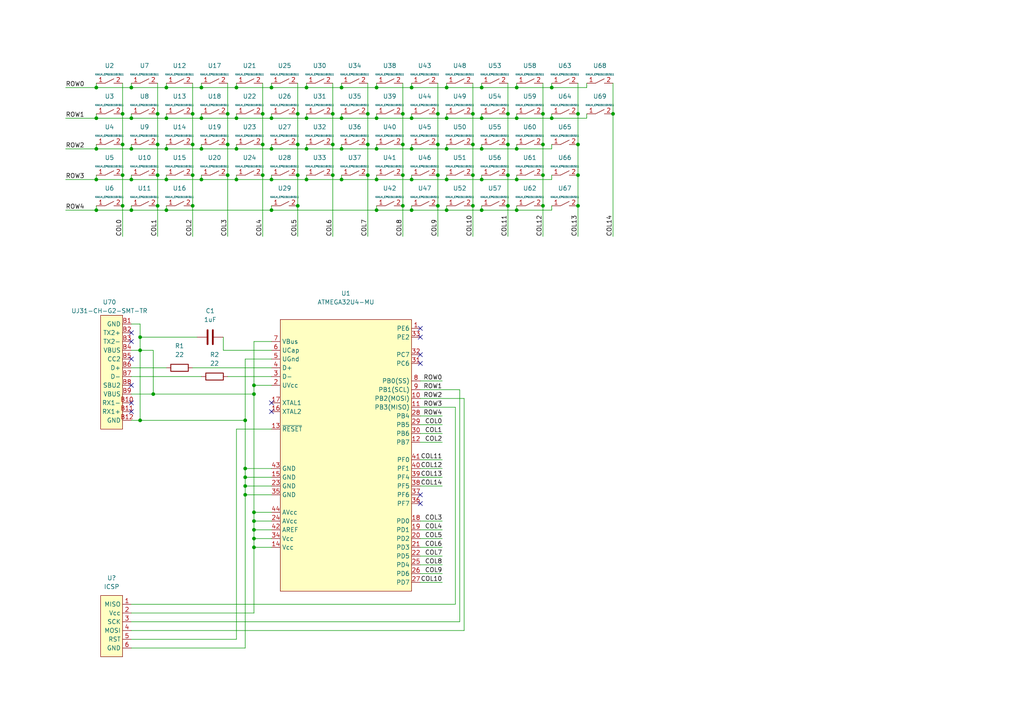
<source format=kicad_sch>
(kicad_sch (version 20211123) (generator eeschema)
  (paper "A4")
  (title_block (title "USBKB 65%"))
  (lib_symbols
    (symbol "Device:C" (pin_numbers hide) (pin_names (offset 0.254))
      (property "Reference" "C" (at 0.635 2.54 0))
      (property "Value" "C" (at 0.635 -2.54 0))
      (symbol "C_0_1"
        (polyline (pts (xy -2.032 -0.762) (xy 2.032 -0.762)) (stroke (width 0.508)))
        (polyline (pts (xy -2.032 0.762) (xy 2.032 0.762)) (stroke (width 0.508)))
      )
      (symbol "C_1_1"
        (pin passive line (at 0 3.81 270) (length 2.794) (name "~") (number "1"))
        (pin passive line (at 0 -3.81 90) (length 2.794) (name "~") (number "2"))
      )
    )
    (symbol "Device:R" (pin_numbers hide) (pin_names (offset 0))
      (property "Reference" "R" (at 2.032 0 90))
      (property "Value" "R" (at 0 0 90))
      (symbol "R_0_1"
        (rectangle (start -1.016 -2.54) (end 1.016 2.54) (stroke (width 0.254)))
      )
      (symbol "R_1_1"
        (pin passive line (at 0 3.81 270) (length 1.27) (name "~") (number "1"))
        (pin passive line (at 0 -3.81 90) (length 1.27) (name "~") (number "2"))
      )
    )
    (symbol "USBKB:ATMEGA32U4-MU"
      (property "Reference" "U" (at 0 48.26 0))
      (property "Value" "ATMEGA32U4-MU" (at 0 45.72 0))
      (symbol "ATMEGA32U4-MU_0_1"
        (rectangle (start -19.05 40.64) (end 19.05 -38.1) (fill (type background)))
      )
      (symbol "ATMEGA32U4-MU_1_1"
        (pin bidirectional line (at 21.59 38.1 180) (length 2.54) (name "PE6") (number "1"))
        (pin bidirectional line (at 21.59 17.78 180) (length 2.54) (name "PB2(MOSI)") (number "10"))
        (pin bidirectional line (at 21.59 15.24 180) (length 2.54) (name "PB3(MISO)") (number "11"))
        (pin bidirectional line (at 21.59 5.08 180) (length 2.54) (name "PB7") (number "12"))
        (pin input line (at -21.59 8.89 0) (length 2.54) (name "~{RESET}") (number "13"))
        (pin free line (at -21.59 -25.4 0) (length 2.54) (name "Vcc") (number "14"))
        (pin free line (at -21.59 -5.08 0) (length 2.54) (name "GND") (number "15"))
        (pin bidirectional line (at -21.59 13.97 0) (length 2.54) (name "XTAL2") (number "16"))
        (pin bidirectional line (at -21.59 16.51 0) (length 2.54) (name "XTAL1") (number "17"))
        (pin bidirectional line (at 21.59 -17.78 180) (length 2.54) (name "PD0") (number "18"))
        (pin bidirectional line (at 21.59 -20.32 180) (length 2.54) (name "PD1") (number "19"))
        (pin free line (at -21.59 21.59 0) (length 2.54) (name "UVcc") (number "2"))
        (pin bidirectional line (at 21.59 -22.86 180) (length 2.54) (name "PD2") (number "20"))
        (pin bidirectional line (at 21.59 -25.4 180) (length 2.54) (name "PD3") (number "21"))
        (pin bidirectional line (at 21.59 -27.94 180) (length 2.54) (name "PD5") (number "22"))
        (pin free line (at -21.59 -7.62 0) (length 2.54) (name "GND") (number "23"))
        (pin free line (at -21.59 -17.78 0) (length 2.54) (name "AVcc") (number "24"))
        (pin bidirectional line (at 21.59 -30.48 180) (length 2.54) (name "PD4") (number "25"))
        (pin bidirectional line (at 21.59 -33.02 180) (length 2.54) (name "PD6") (number "26"))
        (pin bidirectional line (at 21.59 -35.56 180) (length 2.54) (name "PD7") (number "27"))
        (pin bidirectional line (at 21.59 12.7 180) (length 2.54) (name "PB4") (number "28"))
        (pin bidirectional line (at 21.59 10.16 180) (length 2.54) (name "PB5") (number "29"))
        (pin bidirectional line (at -21.59 24.13 0) (length 2.54) (name "D-") (number "3"))
        (pin bidirectional line (at 21.59 7.62 180) (length 2.54) (name "PB6") (number "30"))
        (pin bidirectional line (at 21.59 27.94 180) (length 2.54) (name "PC6") (number "31"))
        (pin bidirectional line (at 21.59 30.48 180) (length 2.54) (name "PC7") (number "32"))
        (pin bidirectional line (at 21.59 35.56 180) (length 2.54) (name "PE2") (number "33"))
        (pin free line (at -21.59 -22.86 0) (length 2.54) (name "Vcc") (number "34"))
        (pin free line (at -21.59 -10.16 0) (length 2.54) (name "GND") (number "35"))
        (pin bidirectional line (at 21.59 -12.7 180) (length 2.54) (name "PF7") (number "36"))
        (pin bidirectional line (at 21.59 -10.16 180) (length 2.54) (name "PF6") (number "37"))
        (pin bidirectional line (at 21.59 -7.62 180) (length 2.54) (name "PF5") (number "38"))
        (pin bidirectional line (at 21.59 -5.08 180) (length 2.54) (name "PF4") (number "39"))
        (pin bidirectional line (at -21.59 26.67 0) (length 2.54) (name "D+") (number "4"))
        (pin bidirectional line (at 21.59 -2.54 180) (length 2.54) (name "PF1") (number "40"))
        (pin bidirectional line (at 21.59 0 180) (length 2.54) (name "PF0") (number "41"))
        (pin free line (at -21.59 -20.32 0) (length 2.54) (name "AREF") (number "42"))
        (pin free line (at -21.59 -2.54 0) (length 2.54) (name "GND") (number "43"))
        (pin free line (at -21.59 -15.24 0) (length 2.54) (name "AVcc") (number "44"))
        (pin free line (at -21.59 29.21 0) (length 2.54) (name "UGnd") (number "5"))
        (pin free line (at -21.59 31.75 0) (length 2.54) (name "UCap") (number "6"))
        (pin free line (at -21.59 34.29 0) (length 2.54) (name "VBus") (number "7"))
        (pin bidirectional line (at 21.59 22.86 180) (length 2.54) (name "PB0(SS)") (number "8"))
        (pin bidirectional line (at 21.59 20.32 180) (length 2.54) (name "PB1(SCL)") (number "9"))
      )
    )
    (symbol "USBKB:ICSP"
      (property "Reference" "U" (at 0 7.62 0))
      (property "Value" "ICSP" (at 0 5.08 0))
      (symbol "ICSP_0_1"
        (rectangle (start -6.35 3.81) (end 0 -13.97) (fill (type background)))
      )
      (symbol "ICSP_1_1"
        (pin output line (at 2.54 1.27 180) (length 2.54) (name "MISO") (number "1"))
        (pin free line (at 2.54 -1.27 180) (length 2.54) (name "Vcc") (number "2"))
        (pin input line (at 2.54 -3.81 180) (length 2.54) (name "SCK") (number "3"))
        (pin input line (at 2.54 -6.35 180) (length 2.54) (name "MOSI") (number "4"))
        (pin output line (at 2.54 -8.89 180) (length 2.54) (name "RST") (number "5"))
        (pin free line (at 2.54 -11.43 180) (length 2.54) (name "GND") (number "6"))
      )
    )
    (symbol "USBKB:KAILH_CPG151101S11"
      (property "Reference" "U" (at 0 3.81 0))
      (property "Value" "KAILH_CPG151101S11" (at 0 2.54 0))
      (symbol "KAILH_CPG151101S11_0_1"
        (polyline (pts (xy -1.27 0) (xy 1.27 1.27)))
      )
      (symbol "KAILH_CPG151101S11_1_1"
        (pin free line (at -3.81 0 0) (length 2.54) (name "") (number "1"))
        (pin free line (at 3.81 0 180) (length 2.54) (name "") (number "2"))
      )
    )
    (symbol "USBKB:UJ31-CH-G2-SMT-TR"
      (property "Reference" "U" (at 0 21.59 0))
      (property "Value" "UJ31-CH-G2-SMT-TR" (at 0 19.05 0))
      (symbol "UJ31-CH-G2-SMT-TR_0_1"
        (rectangle (start -6.35 16.51) (end 0 -16.51) (fill (type background)))
      )
      (symbol "UJ31-CH-G2-SMT-TR_1_1"
        (pin free line (at 2.54 13.97 180) (length 2.54) (name "GND") (number "B1"))
        (pin bidirectional line (at 2.54 -8.89 180) (length 2.54) (name "RX1-") (number "B10"))
        (pin bidirectional line (at 2.54 -11.43 180) (length 2.54) (name "RX1+") (number "B11"))
        (pin free line (at 2.54 -13.97 180) (length 2.54) (name "GND") (number "B12"))
        (pin bidirectional line (at 2.54 11.43 180) (length 2.54) (name "TX2+") (number "B2"))
        (pin bidirectional line (at 2.54 8.89 180) (length 2.54) (name "TX2-") (number "B3"))
        (pin free line (at 2.54 6.35 180) (length 2.54) (name "VBUS") (number "B4"))
        (pin free line (at 2.54 3.81 180) (length 2.54) (name "CC2") (number "B5"))
        (pin bidirectional line (at 2.54 1.27 180) (length 2.54) (name "D+") (number "B6"))
        (pin bidirectional line (at 2.54 -1.27 180) (length 2.54) (name "D-") (number "B7"))
        (pin free line (at 2.54 -3.81 180) (length 2.54) (name "SBU2") (number "B8"))
        (pin free line (at 2.54 -6.35 180) (length 2.54) (name "VBUS") (number "B9"))
      )
    )
  )
  (junction (at 48.26 34.29))
  (junction (at 147.32 50.8))
  (junction (at 58.42 43.18))
  (junction (at 71.12 135.89))
  (junction (at 48.26 52.07))
  (junction (at 106.68 50.8))
  (junction (at 139.7 25.4))
  (junction (at 58.42 25.4))
  (junction (at 160.02 34.29))
  (junction (at 88.9 43.18))
  (junction (at 96.52 41.91))
  (junction (at 127 41.91))
  (junction (at 76.2 41.91))
  (junction (at 119.38 52.07))
  (junction (at 99.06 52.07))
  (junction (at 96.52 33.02))
  (junction (at 160.02 25.4))
  (junction (at 35.56 59.69))
  (junction (at 139.7 60.96))
  (junction (at 119.38 25.4))
  (junction (at 109.22 52.07))
  (junction (at 167.64 50.8))
  (junction (at 86.36 50.8))
  (junction (at 127 59.69))
  (junction (at 78.74 60.96))
  (junction (at 55.88 33.02))
  (junction (at 119.38 43.18))
  (junction (at 55.88 59.69))
  (junction (at 116.84 50.8))
  (junction (at 167.64 33.02))
  (junction (at 109.22 60.96))
  (junction (at 35.56 50.8))
  (junction (at 68.58 34.29))
  (junction (at 129.54 43.18))
  (junction (at 66.04 41.91))
  (junction (at 109.22 34.29))
  (junction (at 147.32 33.02))
  (junction (at 106.68 33.02))
  (junction (at 137.16 33.02))
  (junction (at 35.56 41.91))
  (junction (at 48.26 60.96))
  (junction (at 129.54 60.96))
  (junction (at 73.66 153.67))
  (junction (at 86.36 33.02))
  (junction (at 71.12 140.97))
  (junction (at 27.94 34.29))
  (junction (at 48.26 43.18))
  (junction (at 55.88 50.8))
  (junction (at 71.12 143.51))
  (junction (at 38.1 34.29))
  (junction (at 40.64 101.6))
  (junction (at 68.58 52.07))
  (junction (at 88.9 52.07))
  (junction (at 167.64 59.69))
  (junction (at 58.42 52.07))
  (junction (at 45.72 33.02))
  (junction (at 96.52 50.8))
  (junction (at 38.1 52.07))
  (junction (at 149.86 43.18))
  (junction (at 38.1 25.4))
  (junction (at 73.66 111.76))
  (junction (at 139.7 34.29))
  (junction (at 137.16 50.8))
  (junction (at 78.74 52.07))
  (junction (at 73.66 158.75))
  (junction (at 149.86 52.07))
  (junction (at 129.54 52.07))
  (junction (at 99.06 25.4))
  (junction (at 137.16 41.91))
  (junction (at 129.54 25.4))
  (junction (at 27.94 25.4))
  (junction (at 109.22 43.18))
  (junction (at 73.66 151.13))
  (junction (at 147.32 59.69))
  (junction (at 149.86 25.4))
  (junction (at 157.48 33.02))
  (junction (at 137.16 59.69))
  (junction (at 99.06 34.29))
  (junction (at 76.2 50.8))
  (junction (at 129.54 34.29))
  (junction (at 78.74 43.18))
  (junction (at 149.86 60.96))
  (junction (at 109.22 25.4))
  (junction (at 86.36 59.69))
  (junction (at 27.94 43.18))
  (junction (at 44.45 114.3))
  (junction (at 116.84 33.02))
  (junction (at 149.86 34.29))
  (junction (at 116.84 59.69))
  (junction (at 71.12 121.92))
  (junction (at 76.2 33.02))
  (junction (at 73.66 114.3))
  (junction (at 40.64 97.79))
  (junction (at 139.7 43.18))
  (junction (at 73.66 148.59))
  (junction (at 119.38 34.29))
  (junction (at 157.48 41.91))
  (junction (at 45.72 50.8))
  (junction (at 116.84 41.91))
  (junction (at 66.04 50.8))
  (junction (at 157.48 59.69))
  (junction (at 38.1 60.96))
  (junction (at 45.72 41.91))
  (junction (at 157.48 50.8))
  (junction (at 27.94 52.07))
  (junction (at 99.06 43.18))
  (junction (at 78.74 25.4))
  (junction (at 127 50.8))
  (junction (at 68.58 43.18))
  (junction (at 127 33.02))
  (junction (at 48.26 25.4))
  (junction (at 106.68 41.91))
  (junction (at 139.7 52.07))
  (junction (at 86.36 41.91))
  (junction (at 119.38 60.96))
  (junction (at 177.8 33.02))
  (junction (at 45.72 59.69))
  (junction (at 71.12 138.43))
  (junction (at 68.58 25.4))
  (junction (at 40.64 121.92))
  (junction (at 58.42 34.29))
  (junction (at 78.74 34.29))
  (junction (at 88.9 34.29))
  (junction (at 167.64 41.91))
  (junction (at 88.9 25.4))
  (junction (at 147.32 41.91))
  (junction (at 35.56 33.02))
  (junction (at 27.94 60.96))
  (junction (at 73.66 156.21))
  (junction (at 55.88 41.91))
  (junction (at 38.1 43.18))
  (junction (at 66.04 33.02))
  (no_connect (at 38.1 104.14))
  (no_connect (at 38.1 99.06))
  (no_connect (at 38.1 116.84))
  (no_connect (at 38.1 119.38))
  (no_connect (at 38.1 96.52))
  (no_connect (at 38.1 111.76))
  (no_connect (at 78.74 119.38))
  (no_connect (at 78.74 116.84))
  (no_connect (at 121.92 95.25))
  (no_connect (at 121.92 146.05))
  (no_connect (at 121.92 105.41))
  (no_connect (at 121.92 102.87))
  (no_connect (at 121.92 97.79))
  (no_connect (at 121.92 143.51))
  (wire (pts (xy 44.45 114.3) (xy 73.66 114.3)))
  (wire (pts (xy 78.74 60.96) (xy 109.22 60.96)))
  (wire (pts (xy 48.26 25.4) (xy 58.42 25.4)))
  (wire (pts (xy 160.02 43.18) (xy 160.02 41.91)))
  (wire (pts (xy 76.2 50.8) (xy 76.2 68.58)))
  (wire (pts (xy 38.1 121.92) (xy 40.64 121.92)))
  (wire (pts (xy 149.86 24.13) (xy 149.86 25.4)))
  (wire (pts (xy 40.64 101.6) (xy 40.64 121.92)))
  (wire (pts (xy 167.64 33.02) (xy 167.64 41.91)))
  (wire (pts (xy 73.66 114.3) (xy 73.66 148.59)))
  (wire (pts (xy 71.12 121.92) (xy 71.12 135.89)))
  (wire (pts (xy 157.48 33.02) (xy 157.48 41.91)))
  (wire (pts (xy 167.64 41.91) (xy 167.64 50.8)))
  (wire (pts (xy 149.86 43.18) (xy 160.02 43.18)))
  (wire (pts (xy 38.1 41.91) (xy 38.1 43.18)))
  (wire (pts (xy 58.42 50.8) (xy 58.42 52.07)))
  (wire (pts (xy 86.36 41.91) (xy 86.36 50.8)))
  (wire (pts (xy 38.1 50.8) (xy 38.1 52.07)))
  (wire (pts (xy 55.88 33.02) (xy 55.88 41.91)))
  (wire (pts (xy 109.22 25.4) (xy 109.22 24.13)))
  (wire (pts (xy 109.22 34.29) (xy 109.22 33.02)))
  (wire (pts (xy 127 41.91) (xy 127 50.8)))
  (wire (pts (xy 78.74 104.14) (xy 71.12 104.14)))
  (wire (pts (xy 99.06 41.91) (xy 99.06 43.18)))
  (wire (pts (xy 88.9 25.4) (xy 99.06 25.4)))
  (wire (pts (xy 106.68 33.02) (xy 106.68 41.91)))
  (wire (pts (xy 119.38 24.13) (xy 119.38 25.4)))
  (wire (pts (xy 19.05 34.29) (xy 27.94 34.29)))
  (wire (pts (xy 73.66 111.76) (xy 73.66 114.3)))
  (wire (pts (xy 149.86 50.8) (xy 149.86 52.07)))
  (wire (pts (xy 68.58 34.29) (xy 78.74 34.29)))
  (wire (pts (xy 88.9 34.29) (xy 99.06 34.29)))
  (wire (pts (xy 40.64 97.79) (xy 40.64 101.6)))
  (wire (pts (xy 55.88 41.91) (xy 55.88 50.8)))
  (wire (pts (xy 19.05 60.96) (xy 27.94 60.96)))
  (wire (pts (xy 149.86 33.02) (xy 149.86 34.29)))
  (wire (pts (xy 137.16 41.91) (xy 137.16 50.8)))
  (wire (pts (xy 27.94 43.18) (xy 27.94 41.91)))
  (wire (pts (xy 27.94 43.18) (xy 38.1 43.18)))
  (wire (pts (xy 106.68 41.91) (xy 106.68 50.8)))
  (wire (pts (xy 116.84 24.13) (xy 116.84 33.02)))
  (wire (pts (xy 119.38 52.07) (xy 129.54 52.07)))
  (wire (pts (xy 160.02 25.4) (xy 160.02 24.13)))
  (wire (pts (xy 78.74 151.13) (xy 73.66 151.13)))
  (wire (pts (xy 149.86 25.4) (xy 160.02 25.4)))
  (wire (pts (xy 38.1 60.96) (xy 48.26 60.96)))
  (wire (pts (xy 121.92 158.75) (xy 128.27 158.75)))
  (wire (pts (xy 119.38 50.8) (xy 119.38 52.07)))
  (wire (pts (xy 119.38 34.29) (xy 129.54 34.29)))
  (wire (pts (xy 78.74 34.29) (xy 88.9 34.29)))
  (wire (pts (xy 40.64 101.6) (xy 44.45 101.6)))
  (wire (pts (xy 121.92 113.03) (xy 133.35 113.03)))
  (wire (pts (xy 99.06 43.18) (xy 109.22 43.18)))
  (wire (pts (xy 139.7 25.4) (xy 149.86 25.4)))
  (wire (pts (xy 78.74 52.07) (xy 88.9 52.07)))
  (wire (pts (xy 160.02 34.29) (xy 170.18 34.29)))
  (wire (pts (xy 27.94 52.07) (xy 27.94 50.8)))
  (wire (pts (xy 129.54 52.07) (xy 139.7 52.07)))
  (wire (pts (xy 121.92 123.19) (xy 128.27 123.19)))
  (wire (pts (xy 88.9 41.91) (xy 88.9 43.18)))
  (wire (pts (xy 48.26 34.29) (xy 58.42 34.29)))
  (wire (pts (xy 58.42 25.4) (xy 68.58 25.4)))
  (wire (pts (xy 38.1 180.34) (xy 133.35 180.34)))
  (wire (pts (xy 71.12 138.43) (xy 71.12 140.97)))
  (wire (pts (xy 68.58 34.29) (xy 68.58 33.02)))
  (wire (pts (xy 139.7 33.02) (xy 139.7 34.29)))
  (wire (pts (xy 38.1 25.4) (xy 48.26 25.4)))
  (wire (pts (xy 157.48 50.8) (xy 157.48 59.69)))
  (wire (pts (xy 139.7 41.91) (xy 139.7 43.18)))
  (wire (pts (xy 45.72 24.13) (xy 45.72 33.02)))
  (wire (pts (xy 99.06 33.02) (xy 99.06 34.29)))
  (wire (pts (xy 86.36 24.13) (xy 86.36 33.02)))
  (wire (pts (xy 96.52 50.8) (xy 96.52 68.58)))
  (wire (pts (xy 121.92 110.49) (xy 128.27 110.49)))
  (wire (pts (xy 160.02 60.96) (xy 160.02 59.69)))
  (wire (pts (xy 119.38 43.18) (xy 129.54 43.18)))
  (wire (pts (xy 64.77 97.79) (xy 64.77 101.6)))
  (wire (pts (xy 121.92 163.83) (xy 128.27 163.83)))
  (wire (pts (xy 78.74 153.67) (xy 73.66 153.67)))
  (wire (pts (xy 160.02 34.29) (xy 160.02 33.02)))
  (wire (pts (xy 71.12 143.51) (xy 71.12 187.96)))
  (wire (pts (xy 68.58 185.42) (xy 38.1 185.42)))
  (wire (pts (xy 96.52 41.91) (xy 96.52 50.8)))
  (wire (pts (xy 99.06 34.29) (xy 109.22 34.29)))
  (wire (pts (xy 116.84 50.8) (xy 116.84 59.69)))
  (wire (pts (xy 45.72 59.69) (xy 45.72 68.58)))
  (wire (pts (xy 38.1 52.07) (xy 48.26 52.07)))
  (wire (pts (xy 106.68 24.13) (xy 106.68 33.02)))
  (wire (pts (xy 129.54 34.29) (xy 129.54 33.02)))
  (wire (pts (xy 109.22 25.4) (xy 119.38 25.4)))
  (wire (pts (xy 88.9 43.18) (xy 99.06 43.18)))
  (wire (pts (xy 38.1 106.68) (xy 48.26 106.68)))
  (wire (pts (xy 129.54 25.4) (xy 129.54 24.13)))
  (wire (pts (xy 78.74 50.8) (xy 78.74 52.07)))
  (wire (pts (xy 73.66 111.76) (xy 78.74 111.76)))
  (wire (pts (xy 119.38 59.69) (xy 119.38 60.96)))
  (wire (pts (xy 71.12 140.97) (xy 78.74 140.97)))
  (wire (pts (xy 121.92 153.67) (xy 128.27 153.67)))
  (wire (pts (xy 149.86 59.69) (xy 149.86 60.96)))
  (wire (pts (xy 137.16 24.13) (xy 137.16 33.02)))
  (wire (pts (xy 132.08 175.26) (xy 132.08 118.11)))
  (wire (pts (xy 73.66 156.21) (xy 73.66 153.67)))
  (wire (pts (xy 48.26 52.07) (xy 58.42 52.07)))
  (wire (pts (xy 129.54 25.4) (xy 139.7 25.4)))
  (wire (pts (xy 109.22 43.18) (xy 109.22 41.91)))
  (wire (pts (xy 68.58 52.07) (xy 68.58 50.8)))
  (wire (pts (xy 116.84 33.02) (xy 116.84 41.91)))
  (wire (pts (xy 78.74 41.91) (xy 78.74 43.18)))
  (wire (pts (xy 68.58 124.46) (xy 68.58 185.42)))
  (wire (pts (xy 73.66 151.13) (xy 73.66 148.59)))
  (wire (pts (xy 76.2 24.13) (xy 76.2 33.02)))
  (wire (pts (xy 48.26 60.96) (xy 78.74 60.96)))
  (wire (pts (xy 139.7 43.18) (xy 149.86 43.18)))
  (wire (pts (xy 78.74 99.06) (xy 73.66 99.06)))
  (wire (pts (xy 73.66 158.75) (xy 78.74 158.75)))
  (wire (pts (xy 139.7 50.8) (xy 139.7 52.07)))
  (wire (pts (xy 35.56 41.91) (xy 35.56 50.8)))
  (wire (pts (xy 134.62 115.57) (xy 134.62 182.88)))
  (wire (pts (xy 35.56 33.02) (xy 35.56 41.91)))
  (wire (pts (xy 66.04 50.8) (xy 66.04 68.58)))
  (wire (pts (xy 147.32 50.8) (xy 147.32 59.69)))
  (wire (pts (xy 58.42 41.91) (xy 58.42 43.18)))
  (wire (pts (xy 127 50.8) (xy 127 59.69)))
  (wire (pts (xy 129.54 52.07) (xy 129.54 50.8)))
  (wire (pts (xy 86.36 50.8) (xy 86.36 59.69)))
  (wire (pts (xy 170.18 24.13) (xy 170.18 25.4)))
  (wire (pts (xy 38.1 101.6) (xy 40.64 101.6)))
  (wire (pts (xy 27.94 25.4) (xy 38.1 25.4)))
  (wire (pts (xy 78.74 59.69) (xy 78.74 60.96)))
  (wire (pts (xy 177.8 33.02) (xy 177.8 68.58)))
  (wire (pts (xy 147.32 59.69) (xy 147.32 68.58)))
  (wire (pts (xy 96.52 33.02) (xy 96.52 41.91)))
  (wire (pts (xy 121.92 120.65) (xy 128.27 120.65)))
  (wire (pts (xy 38.1 34.29) (xy 48.26 34.29)))
  (wire (pts (xy 109.22 60.96) (xy 119.38 60.96)))
  (wire (pts (xy 116.84 59.69) (xy 116.84 68.58)))
  (wire (pts (xy 149.86 34.29) (xy 160.02 34.29)))
  (wire (pts (xy 68.58 43.18) (xy 78.74 43.18)))
  (wire (pts (xy 71.12 135.89) (xy 78.74 135.89)))
  (wire (pts (xy 40.64 97.79) (xy 57.15 97.79)))
  (wire (pts (xy 66.04 109.22) (xy 78.74 109.22)))
  (wire (pts (xy 78.74 33.02) (xy 78.74 34.29)))
  (wire (pts (xy 121.92 128.27) (xy 128.27 128.27)))
  (wire (pts (xy 19.05 52.07) (xy 27.94 52.07)))
  (wire (pts (xy 73.66 156.21) (xy 73.66 158.75)))
  (wire (pts (xy 55.88 24.13) (xy 55.88 33.02)))
  (wire (pts (xy 78.74 124.46) (xy 68.58 124.46)))
  (wire (pts (xy 68.58 43.18) (xy 68.58 41.91)))
  (wire (pts (xy 121.92 161.29) (xy 128.27 161.29)))
  (wire (pts (xy 121.92 135.89) (xy 128.27 135.89)))
  (wire (pts (xy 127 24.13) (xy 127 33.02)))
  (wire (pts (xy 147.32 41.91) (xy 147.32 50.8)))
  (wire (pts (xy 38.1 177.8) (xy 73.66 177.8)))
  (wire (pts (xy 157.48 24.13) (xy 157.48 33.02)))
  (wire (pts (xy 127 33.02) (xy 127 41.91)))
  (wire (pts (xy 38.1 114.3) (xy 44.45 114.3)))
  (wire (pts (xy 139.7 52.07) (xy 149.86 52.07)))
  (wire (pts (xy 27.94 34.29) (xy 38.1 34.29)))
  (wire (pts (xy 38.1 59.69) (xy 38.1 60.96)))
  (wire (pts (xy 96.52 24.13) (xy 96.52 33.02)))
  (wire (pts (xy 88.9 50.8) (xy 88.9 52.07)))
  (wire (pts (xy 127 59.69) (xy 127 68.58)))
  (wire (pts (xy 58.42 52.07) (xy 68.58 52.07)))
  (wire (pts (xy 167.64 59.69) (xy 167.64 68.58)))
  (wire (pts (xy 129.54 34.29) (xy 139.7 34.29)))
  (wire (pts (xy 109.22 52.07) (xy 109.22 50.8)))
  (wire (pts (xy 58.42 33.02) (xy 58.42 34.29)))
  (wire (pts (xy 68.58 52.07) (xy 78.74 52.07)))
  (wire (pts (xy 55.88 59.69) (xy 55.88 68.58)))
  (wire (pts (xy 88.9 33.02) (xy 88.9 34.29)))
  (wire (pts (xy 45.72 50.8) (xy 45.72 59.69)))
  (wire (pts (xy 99.06 52.07) (xy 109.22 52.07)))
  (wire (pts (xy 177.8 24.13) (xy 177.8 33.02)))
  (wire (pts (xy 66.04 33.02) (xy 66.04 41.91)))
  (wire (pts (xy 121.92 118.11) (xy 132.08 118.11)))
  (wire (pts (xy 78.74 25.4) (xy 88.9 25.4)))
  (wire (pts (xy 139.7 34.29) (xy 149.86 34.29)))
  (wire (pts (xy 38.1 24.13) (xy 38.1 25.4)))
  (wire (pts (xy 38.1 175.26) (xy 132.08 175.26)))
  (wire (pts (xy 73.66 153.67) (xy 73.66 151.13)))
  (wire (pts (xy 35.56 50.8) (xy 35.56 59.69)))
  (wire (pts (xy 19.05 25.4) (xy 27.94 25.4)))
  (wire (pts (xy 86.36 59.69) (xy 86.36 68.58)))
  (wire (pts (xy 40.64 121.92) (xy 71.12 121.92)))
  (wire (pts (xy 121.92 168.91) (xy 128.27 168.91)))
  (wire (pts (xy 149.86 41.91) (xy 149.86 43.18)))
  (wire (pts (xy 48.26 25.4) (xy 48.26 24.13)))
  (wire (pts (xy 86.36 33.02) (xy 86.36 41.91)))
  (wire (pts (xy 137.16 50.8) (xy 137.16 59.69)))
  (wire (pts (xy 71.12 135.89) (xy 71.12 138.43)))
  (wire (pts (xy 137.16 33.02) (xy 137.16 41.91)))
  (wire (pts (xy 121.92 151.13) (xy 128.27 151.13)))
  (wire (pts (xy 48.26 43.18) (xy 58.42 43.18)))
  (wire (pts (xy 68.58 25.4) (xy 78.74 25.4)))
  (wire (pts (xy 160.02 52.07) (xy 160.02 50.8)))
  (wire (pts (xy 106.68 50.8) (xy 106.68 68.58)))
  (wire (pts (xy 40.64 93.98) (xy 38.1 93.98)))
  (wire (pts (xy 27.94 34.29) (xy 27.94 33.02)))
  (wire (pts (xy 55.88 50.8) (xy 55.88 59.69)))
  (wire (pts (xy 48.26 43.18) (xy 48.26 41.91)))
  (wire (pts (xy 19.05 43.18) (xy 27.94 43.18)))
  (wire (pts (xy 58.42 34.29) (xy 68.58 34.29)))
  (wire (pts (xy 38.1 109.22) (xy 58.42 109.22)))
  (wire (pts (xy 147.32 33.02) (xy 147.32 41.91)))
  (wire (pts (xy 121.92 125.73) (xy 128.27 125.73)))
  (wire (pts (xy 147.32 24.13) (xy 147.32 33.02)))
  (wire (pts (xy 48.26 60.96) (xy 48.26 59.69)))
  (wire (pts (xy 139.7 59.69) (xy 139.7 60.96)))
  (wire (pts (xy 88.9 24.13) (xy 88.9 25.4)))
  (wire (pts (xy 27.94 52.07) (xy 38.1 52.07)))
  (wire (pts (xy 99.06 50.8) (xy 99.06 52.07)))
  (wire (pts (xy 44.45 114.3) (xy 44.45 101.6)))
  (wire (pts (xy 27.94 25.4) (xy 27.94 24.13)))
  (wire (pts (xy 35.56 59.69) (xy 35.56 68.58)))
  (wire (pts (xy 121.92 140.97) (xy 128.27 140.97)))
  (wire (pts (xy 121.92 138.43) (xy 128.27 138.43)))
  (wire (pts (xy 167.64 50.8) (xy 167.64 59.69)))
  (wire (pts (xy 109.22 34.29) (xy 119.38 34.29)))
  (wire (pts (xy 73.66 158.75) (xy 73.66 177.8)))
  (wire (pts (xy 48.26 34.29) (xy 48.26 33.02)))
  (wire (pts (xy 109.22 43.18) (xy 119.38 43.18)))
  (wire (pts (xy 45.72 41.91) (xy 45.72 50.8)))
  (wire (pts (xy 27.94 60.96) (xy 27.94 59.69)))
  (wire (pts (xy 66.04 24.13) (xy 66.04 33.02)))
  (wire (pts (xy 48.26 52.07) (xy 48.26 50.8)))
  (wire (pts (xy 78.74 43.18) (xy 88.9 43.18)))
  (wire (pts (xy 149.86 60.96) (xy 160.02 60.96)))
  (wire (pts (xy 35.56 24.13) (xy 35.56 33.02)))
  (wire (pts (xy 99.06 24.13) (xy 99.06 25.4)))
  (wire (pts (xy 73.66 99.06) (xy 73.66 111.76)))
  (wire (pts (xy 58.42 43.18) (xy 68.58 43.18)))
  (wire (pts (xy 149.86 52.07) (xy 160.02 52.07)))
  (wire (pts (xy 76.2 41.91) (xy 76.2 50.8)))
  (wire (pts (xy 66.04 41.91) (xy 66.04 50.8)))
  (wire (pts (xy 99.06 25.4) (xy 109.22 25.4)))
  (wire (pts (xy 38.1 43.18) (xy 48.26 43.18)))
  (wire (pts (xy 121.92 115.57) (xy 134.62 115.57)))
  (wire (pts (xy 167.64 24.13) (xy 167.64 33.02)))
  (wire (pts (xy 119.38 33.02) (xy 119.38 34.29)))
  (wire (pts (xy 38.1 33.02) (xy 38.1 34.29)))
  (wire (pts (xy 119.38 41.91) (xy 119.38 43.18)))
  (wire (pts (xy 64.77 101.6) (xy 78.74 101.6)))
  (wire (pts (xy 109.22 52.07) (xy 119.38 52.07)))
  (wire (pts (xy 78.74 156.21) (xy 73.66 156.21)))
  (wire (pts (xy 76.2 33.02) (xy 76.2 41.91)))
  (wire (pts (xy 71.12 140.97) (xy 71.12 143.51)))
  (wire (pts (xy 160.02 25.4) (xy 170.18 25.4)))
  (wire (pts (xy 119.38 25.4) (xy 129.54 25.4)))
  (wire (pts (xy 129.54 60.96) (xy 129.54 59.69)))
  (wire (pts (xy 88.9 52.07) (xy 99.06 52.07)))
  (wire (pts (xy 121.92 166.37) (xy 128.27 166.37)))
  (wire (pts (xy 116.84 41.91) (xy 116.84 50.8)))
  (wire (pts (xy 139.7 24.13) (xy 139.7 25.4)))
  (wire (pts (xy 40.64 93.98) (xy 40.64 97.79)))
  (wire (pts (xy 157.48 59.69) (xy 157.48 68.58)))
  (wire (pts (xy 78.74 143.51) (xy 71.12 143.51)))
  (wire (pts (xy 129.54 43.18) (xy 139.7 43.18)))
  (wire (pts (xy 68.58 25.4) (xy 68.58 24.13)))
  (wire (pts (xy 170.18 34.29) (xy 170.18 33.02)))
  (wire (pts (xy 119.38 60.96) (xy 129.54 60.96)))
  (wire (pts (xy 129.54 43.18) (xy 129.54 41.91)))
  (wire (pts (xy 137.16 59.69) (xy 137.16 68.58)))
  (wire (pts (xy 121.92 133.35) (xy 128.27 133.35)))
  (wire (pts (xy 133.35 113.03) (xy 133.35 180.34)))
  (wire (pts (xy 78.74 148.59) (xy 73.66 148.59)))
  (wire (pts (xy 38.1 182.88) (xy 134.62 182.88)))
  (wire (pts (xy 71.12 138.43) (xy 78.74 138.43)))
  (wire (pts (xy 109.22 60.96) (xy 109.22 59.69)))
  (wire (pts (xy 58.42 24.13) (xy 58.42 25.4)))
  (wire (pts (xy 71.12 104.14) (xy 71.12 121.92)))
  (wire (pts (xy 157.48 41.91) (xy 157.48 50.8)))
  (wire (pts (xy 129.54 60.96) (xy 139.7 60.96)))
  (wire (pts (xy 45.72 33.02) (xy 45.72 41.91)))
  (wire (pts (xy 55.88 106.68) (xy 78.74 106.68)))
  (wire (pts (xy 139.7 60.96) (xy 149.86 60.96)))
  (wire (pts (xy 27.94 60.96) (xy 38.1 60.96)))
  (wire (pts (xy 121.92 156.21) (xy 128.27 156.21)))
  (wire (pts (xy 71.12 187.96) (xy 38.1 187.96)))
  (wire (pts (xy 78.74 24.13) (xy 78.74 25.4)))
  (label "COL9" (at 127 68.58 90))
  (label "COL8" (at 116.84 68.58 90))
  (label "COL5" (at 128.27 156.21 180))
  (label "COL4" (at 128.27 153.67 180))
  (label "COL14" (at 177.8 68.58 90))
  (label "ROW3" (at 128.27 118.11 180))
  (label "COL2" (at 55.88 68.58 90))
  (label "ROW0" (at 128.27 110.49 180))
  (label "COL11" (at 147.32 68.58 90))
  (label "ROW2" (at 19.05 43.18 0))
  (label "ROW1" (at 19.05 34.29 0))
  (label "COL3" (at 128.27 151.13 180))
  (label "COL12" (at 157.48 68.58 90))
  (label "COL14" (at 128.27 140.97 180))
  (label "ROW1" (at 128.27 113.03 180))
  (label "ROW2" (at 128.27 115.57 180))
  (label "COL1" (at 128.27 125.73 180))
  (label "COL13" (at 128.27 138.43 180))
  (label "COL8" (at 128.27 163.83 180))
  (label "COL9" (at 128.27 166.37 180))
  (label "COL10" (at 128.27 168.91 180))
  (label "ROW4" (at 128.27 120.65 180))
  (label "ROW3" (at 19.05 52.07 0))
  (label "COL7" (at 106.68 68.58 90))
  (label "COL5" (at 86.36 68.58 90))
  (label "COL3" (at 66.04 68.58 90))
  (label "COL11" (at 128.27 133.35 180))
  (label "COL1" (at 45.72 68.58 90))
  (label "COL10" (at 137.16 68.58 90))
  (label "COL4" (at 76.2 68.58 90))
  (label "COL6" (at 128.27 158.75 180))
  (label "COL13" (at 167.64 68.58 90))
  (label "COL6" (at 96.52 68.58 90))
  (label "COL0" (at 128.27 123.19 180))
  (label "COL12" (at 128.27 135.89 180))
  (label "COL7" (at 128.27 161.29 180))
  (label "ROW4" (at 19.05 60.96 0))
  (label "COL0" (at 35.56 68.58 90))
  (label "ROW0" (at 19.05 25.4 0))
  (label "COL2" (at 128.27 128.27 180))
  (symbol (lib_id "USBKB:KAILH_CPG151101S11") (at 62.23 41.91 0) (unit 1)
    (property "Reference" "U19" (at 62.23 36.83 0))
    (property "Value" "KAILH_CPG151101S11" (at 62.23 39.37 0) (effects (font (size 0.5 0.5))))
    (property "Footprint" "USBKB:KAILH CPG151101S11" (effects hide))
  )
  (symbol (lib_id "USBKB:KAILH_CPG151101S11") (at 41.91 59.69 0) (unit 1)
    (property "Reference" "U11" (at 41.91 54.61 0))
    (property "Value" "KAILH_CPG151101S11" (at 41.91 57.15 0) (effects (font (size 0.5 0.5))))
    (property "Footprint" "USBKB:KAILH CPG151101S11" (effects hide))
  )
  (symbol (lib_id "USBKB:KAILH_CPG151101S11") (at 92.71 24.13 0) (unit 1)
    (property "Reference" "U30" (at 92.71 19.05 0))
    (property "Value" "KAILH_CPG151101S11" (at 92.71 21.59 0) (effects (font (size 0.5 0.5))))
    (property "Footprint" "USBKB:KAILH CPG151101S11" (effects hide))
  )
  (symbol (lib_id "USBKB:KAILH_CPG151101S11") (at 62.23 24.13 0) (unit 1)
    (property "Reference" "U17" (at 62.23 19.05 0))
    (property "Value" "KAILH_CPG151101S11" (at 62.23 21.59 0) (effects (font (size 0.5 0.5))))
    (property "Footprint" "USBKB:KAILH CPG151101S11" (effects hide))
  )
  (symbol (lib_id "USBKB:KAILH_CPG151101S11") (at 62.23 33.02 0) (unit 1)
    (property "Reference" "U18" (at 62.23 27.94 0))
    (property "Value" "KAILH_CPG151101S11" (at 62.23 30.48 0) (effects (font (size 0.5 0.5))))
    (property "Footprint" "USBKB:KAILH CPG151101S11" (effects hide))
  )
  (symbol (lib_id "USBKB:KAILH_CPG151101S11") (at 143.51 24.13 0) (unit 1)
    (property "Reference" "U53" (at 143.51 19.05 0))
    (property "Value" "KAILH_CPG151101S11" (at 143.51 21.59 0) (effects (font (size 0.5 0.5))))
    (property "Footprint" "USBKB:KAILH CPG151101S11" (effects hide))
  )
  (symbol (lib_id "USBKB:KAILH_CPG151101S11") (at 163.83 24.13 0) (unit 1)
    (property "Reference" "U63" (at 163.83 19.05 0))
    (property "Value" "KAILH_CPG151101S11" (at 163.83 21.59 0) (effects (font (size 0.5 0.5))))
    (property "Footprint" "USBKB:KAILH CPG151101S11" (effects hide))
  )
  (symbol (lib_id "USBKB:KAILH_CPG151101S11") (at 31.75 50.8 0) (unit 1)
    (property "Reference" "U5" (at 31.75 45.72 0))
    (property "Value" "KAILH_CPG151101S11" (at 31.75 48.26 0) (effects (font (size 0.5 0.5))))
    (property "Footprint" "USBKB:KAILH CPG151101S11" (effects hide))
  )
  (symbol (lib_id "USBKB:KAILH_CPG151101S11") (at 133.35 50.8 0) (unit 1)
    (property "Reference" "U51" (at 133.35 45.72 0))
    (property "Value" "KAILH_CPG151101S11" (at 133.35 48.26 0) (effects (font (size 0.5 0.5))))
    (property "Footprint" "USBKB:KAILH CPG151101S11" (effects hide))
  )
  (symbol (lib_id "USBKB:KAILH_CPG151101S11") (at 113.03 59.69 0) (unit 1)
    (property "Reference" "U42" (at 113.03 54.61 0))
    (property "Value" "KAILH_CPG151101S11" (at 113.03 57.15 0) (effects (font (size 0.5 0.5))))
    (property "Footprint" "USBKB:KAILH CPG151101S11" (effects hide))
  )
  (symbol (lib_id "USBKB:KAILH_CPG151101S11") (at 143.51 41.91 0) (unit 1)
    (property "Reference" "U55" (at 143.51 36.83 0))
    (property "Value" "KAILH_CPG151101S11" (at 143.51 39.37 0) (effects (font (size 0.5 0.5))))
    (property "Footprint" "USBKB:KAILH CPG151101S11" (effects hide))
  )
  (symbol (lib_id "USBKB:KAILH_CPG151101S11") (at 82.55 59.69 0) (unit 1)
    (property "Reference" "U29" (at 82.55 54.61 0))
    (property "Value" "KAILH_CPG151101S11" (at 82.55 57.15 0) (effects (font (size 0.5 0.5))))
    (property "Footprint" "USBKB:KAILH CPG151101S11" (effects hide))
  )
  (symbol (lib_id "USBKB:KAILH_CPG151101S11") (at 163.83 33.02 0) (unit 1)
    (property "Reference" "U64" (at 163.83 27.94 0))
    (property "Value" "KAILH_CPG151101S11" (at 163.83 30.48 0) (effects (font (size 0.5 0.5))))
    (property "Footprint" "USBKB:KAILH CPG151101S11" (effects hide))
  )
  (symbol (lib_id "USBKB:ATMEGA32U4-MU") (at 100.33 133.35 0) (unit 1)
    (property "Reference" "U1" (at 100.33 85.09 0))
    (property "Value" "ATMEGA32U4-MU" (at 100.33 87.63 0))
    (property "Footprint" "USBKB:ATMEGA32U4-MU" (effects hide))
  )
  (symbol (lib_id "USBKB:KAILH_CPG151101S11") (at 41.91 50.8 0) (unit 1)
    (property "Reference" "U10" (at 41.91 45.72 0))
    (property "Value" "KAILH_CPG151101S11" (at 41.91 48.26 0) (effects (font (size 0.5 0.5))))
    (property "Footprint" "USBKB:KAILH CPG151101S11" (effects hide))
  )
  (symbol (lib_id "USBKB:KAILH_CPG151101S11") (at 173.99 24.13 0) (unit 1)
    (property "Reference" "U68" (at 173.99 19.05 0))
    (property "Value" "KAILH_CPG151101S11" (at 173.99 21.59 0) (effects (font (size 0.5 0.5))))
    (property "Footprint" "USBKB:KAILH CPG151101S11" (effects hide))
  )
  (symbol (lib_id "USBKB:KAILH_CPG151101S11") (at 31.75 33.02 0) (unit 1)
    (property "Reference" "U3" (at 31.75 27.94 0))
    (property "Value" "KAILH_CPG151101S11" (at 31.75 30.48 0) (effects (font (size 0.5 0.5))))
    (property "Footprint" "USBKB:KAILH CPG151101S11" (effects hide))
  )
  (symbol (lib_id "USBKB:KAILH_CPG151101S11") (at 41.91 41.91 0) (unit 1)
    (property "Reference" "U9" (at 41.91 36.83 0))
    (property "Value" "KAILH_CPG151101S11" (at 41.91 39.37 0) (effects (font (size 0.5 0.5))))
    (property "Footprint" "USBKB:KAILH CPG151101S11" (effects hide))
  )
  (symbol (lib_id "USBKB:KAILH_CPG151101S11") (at 102.87 24.13 0) (unit 1)
    (property "Reference" "U34" (at 102.87 19.05 0))
    (property "Value" "KAILH_CPG151101S11" (at 102.87 21.59 0) (effects (font (size 0.5 0.5))))
    (property "Footprint" "USBKB:KAILH CPG151101S11" (effects hide))
  )
  (symbol (lib_id "USBKB:KAILH_CPG151101S11") (at 113.03 41.91 0) (unit 1)
    (property "Reference" "U40" (at 113.03 36.83 0))
    (property "Value" "KAILH_CPG151101S11" (at 113.03 39.37 0) (effects (font (size 0.5 0.5))))
    (property "Footprint" "USBKB:KAILH CPG151101S11" (effects hide))
  )
  (symbol (lib_id "USBKB:KAILH_CPG151101S11") (at 153.67 33.02 0) (unit 1)
    (property "Reference" "U59" (at 153.67 27.94 0))
    (property "Value" "KAILH_CPG151101S11" (at 153.67 30.48 0) (effects (font (size 0.5 0.5))))
    (property "Footprint" "USBKB:KAILH CPG151101S11" (effects hide))
  )
  (symbol (lib_id "USBKB:KAILH_CPG151101S11") (at 52.07 41.91 0) (unit 1)
    (property "Reference" "U14" (at 52.07 36.83 0))
    (property "Value" "KAILH_CPG151101S11" (at 52.07 39.37 0) (effects (font (size 0.5 0.5))))
    (property "Footprint" "USBKB:KAILH CPG151101S11" (effects hide))
  )
  (symbol (lib_id "USBKB:KAILH_CPG151101S11") (at 123.19 33.02 0) (unit 1)
    (property "Reference" "U44" (at 123.19 27.94 0))
    (property "Value" "KAILH_CPG151101S11" (at 123.19 30.48 0) (effects (font (size 0.5 0.5))))
    (property "Footprint" "USBKB:KAILH CPG151101S11" (effects hide))
  )
  (symbol (lib_id "USBKB:KAILH_CPG151101S11") (at 92.71 50.8 0) (unit 1)
    (property "Reference" "U33" (at 92.71 45.72 0))
    (property "Value" "KAILH_CPG151101S11" (at 92.71 48.26 0) (effects (font (size 0.5 0.5))))
    (property "Footprint" "USBKB:KAILH CPG151101S11" (effects hide))
  )
  (symbol (lib_id "USBKB:KAILH_CPG151101S11") (at 72.39 24.13 0) (unit 1)
    (property "Reference" "U21" (at 72.39 19.05 0))
    (property "Value" "KAILH_CPG151101S11" (at 72.39 21.59 0) (effects (font (size 0.5 0.5))))
    (property "Footprint" "USBKB:KAILH CPG151101S11" (effects hide))
  )
  (symbol (lib_id "USBKB:KAILH_CPG151101S11") (at 163.83 50.8 0) (unit 1)
    (property "Reference" "U66" (at 163.83 45.72 0))
    (property "Value" "KAILH_CPG151101S11" (at 163.83 48.26 0) (effects (font (size 0.5 0.5))))
    (property "Footprint" "USBKB:KAILH CPG151101S11" (effects hide))
  )
  (symbol (lib_id "USBKB:KAILH_CPG151101S11") (at 123.19 41.91 0) (unit 1)
    (property "Reference" "U45" (at 123.19 36.83 0))
    (property "Value" "KAILH_CPG151101S11" (at 123.19 39.37 0) (effects (font (size 0.5 0.5))))
    (property "Footprint" "USBKB:KAILH CPG151101S11" (effects hide))
  )
  (symbol (lib_id "USBKB:KAILH_CPG151101S11") (at 62.23 50.8 0) (unit 1)
    (property "Reference" "U20" (at 62.23 45.72 0))
    (property "Value" "KAILH_CPG151101S11" (at 62.23 48.26 0) (effects (font (size 0.5 0.5))))
    (property "Footprint" "USBKB:KAILH CPG151101S11" (effects hide))
  )
  (symbol (lib_id "USBKB:KAILH_CPG151101S11") (at 173.99 33.02 0) (unit 1)
    (property "Reference" "U69" (at 173.99 27.94 0))
    (property "Value" "KAILH_CPG151101S11" (at 173.99 30.48 0) (effects (font (size 0.5 0.5))))
    (property "Footprint" "USBKB:KAILH CPG151101S11" (effects hide))
  )
  (symbol (lib_id "USBKB:KAILH_CPG151101S11") (at 72.39 50.8 0) (unit 1)
    (property "Reference" "U24" (at 72.39 45.72 0))
    (property "Value" "KAILH_CPG151101S11" (at 72.39 48.26 0) (effects (font (size 0.5 0.5))))
    (property "Footprint" "USBKB:KAILH CPG151101S11" (effects hide))
  )
  (symbol (lib_id "USBKB:KAILH_CPG151101S11") (at 102.87 50.8 0) (unit 1)
    (property "Reference" "U37" (at 102.87 45.72 0))
    (property "Value" "KAILH_CPG151101S11" (at 102.87 48.26 0) (effects (font (size 0.5 0.5))))
    (property "Footprint" "USBKB:KAILH CPG151101S11" (effects hide))
  )
  (symbol (lib_id "USBKB:KAILH_CPG151101S11") (at 41.91 24.13 0) (unit 1)
    (property "Reference" "U7" (at 41.91 19.05 0))
    (property "Value" "KAILH_CPG151101S11" (at 41.91 21.59 0) (effects (font (size 0.5 0.5))))
    (property "Footprint" "USBKB:KAILH CPG151101S11" (effects hide))
  )
  (symbol (lib_id "USBKB:KAILH_CPG151101S11") (at 143.51 50.8 0) (unit 1)
    (property "Reference" "U56" (at 143.51 45.72 0))
    (property "Value" "KAILH_CPG151101S11" (at 143.51 48.26 0) (effects (font (size 0.5 0.5))))
    (property "Footprint" "USBKB:KAILH CPG151101S11" (effects hide))
  )
  (symbol (lib_id "USBKB:KAILH_CPG151101S11") (at 82.55 24.13 0) (unit 1)
    (property "Reference" "U25" (at 82.55 19.05 0))
    (property "Value" "KAILH_CPG151101S11" (at 82.55 21.59 0) (effects (font (size 0.5 0.5))))
    (property "Footprint" "USBKB:KAILH CPG151101S11" (effects hide))
  )
  (symbol (lib_id "USBKB:KAILH_CPG151101S11") (at 133.35 33.02 0) (unit 1)
    (property "Reference" "U49" (at 133.35 27.94 0))
    (property "Value" "KAILH_CPG151101S11" (at 133.35 30.48 0) (effects (font (size 0.5 0.5))))
    (property "Footprint" "USBKB:KAILH CPG151101S11" (effects hide))
  )
  (symbol (lib_id "USBKB:KAILH_CPG151101S11") (at 52.07 59.69 0) (unit 1)
    (property "Reference" "U16" (at 52.07 54.61 0))
    (property "Value" "KAILH_CPG151101S11" (at 52.07 57.15 0) (effects (font (size 0.5 0.5))))
    (property "Footprint" "USBKB:KAILH CPG151101S11" (effects hide))
  )
  (symbol (lib_id "USBKB:KAILH_CPG151101S11") (at 52.07 33.02 0) (unit 1)
    (property "Reference" "U13" (at 52.07 27.94 0))
    (property "Value" "KAILH_CPG151101S11" (at 52.07 30.48 0) (effects (font (size 0.5 0.5))))
    (property "Footprint" "USBKB:KAILH CPG151101S11" (effects hide))
  )
  (symbol (lib_id "USBKB:KAILH_CPG151101S11") (at 153.67 59.69 0) (unit 1)
    (property "Reference" "U62" (at 153.67 54.61 0))
    (property "Value" "KAILH_CPG151101S11" (at 153.67 57.15 0) (effects (font (size 0.5 0.5))))
    (property "Footprint" "USBKB:KAILH CPG151101S11" (effects hide))
  )
  (symbol (lib_id "USBKB:KAILH_CPG151101S11") (at 163.83 41.91 0) (unit 1)
    (property "Reference" "U65" (at 163.83 36.83 0))
    (property "Value" "KAILH_CPG151101S11" (at 163.83 39.37 0) (effects (font (size 0.5 0.5))))
    (property "Footprint" "USBKB:KAILH CPG151101S11" (effects hide))
  )
  (symbol (lib_id "USBKB:KAILH_CPG151101S11") (at 52.07 50.8 0) (unit 1)
    (property "Reference" "U15" (at 52.07 45.72 0))
    (property "Value" "KAILH_CPG151101S11" (at 52.07 48.26 0) (effects (font (size 0.5 0.5))))
    (property "Footprint" "USBKB:KAILH CPG151101S11" (effects hide))
  )
  (symbol (lib_id "USBKB:KAILH_CPG151101S11") (at 82.55 33.02 0) (unit 1)
    (property "Reference" "U26" (at 82.55 27.94 0))
    (property "Value" "KAILH_CPG151101S11" (at 82.55 30.48 0) (effects (font (size 0.5 0.5))))
    (property "Footprint" "USBKB:KAILH CPG151101S11" (effects hide))
  )
  (symbol (lib_id "Device:R") (at 62.23 109.22 270) (unit 1)
    (property "Reference" "R2" (at 62.23 102.87 90))
    (property "Value" "22" (at 62.23 105.41 90))
    (property "Footprint" "Resistor_SMD:R_0201_0603Metric" (effects hide))
  )
  (symbol (lib_id "USBKB:KAILH_CPG151101S11") (at 31.75 24.13 0) (unit 1)
    (property "Reference" "U2" (at 31.75 19.05 0))
    (property "Value" "KAILH_CPG151101S11" (at 31.75 21.59 0) (effects (font (size 0.5 0.5))))
    (property "Footprint" "USBKB:KAILH CPG151101S11" (effects hide))
  )
  (symbol (lib_id "USBKB:KAILH_CPG151101S11") (at 153.67 50.8 0) (unit 1)
    (property "Reference" "U61" (at 153.67 45.72 0))
    (property "Value" "KAILH_CPG151101S11" (at 153.67 48.26 0) (effects (font (size 0.5 0.5))))
    (property "Footprint" "USBKB:KAILH CPG151101S11" (effects hide))
  )
  (symbol (lib_id "USBKB:KAILH_CPG151101S11") (at 143.51 33.02 0) (unit 1)
    (property "Reference" "U54" (at 143.51 27.94 0))
    (property "Value" "KAILH_CPG151101S11" (at 143.51 30.48 0) (effects (font (size 0.5 0.5))))
    (property "Footprint" "USBKB:KAILH CPG151101S11" (effects hide))
  )
  (symbol (lib_id "USBKB:KAILH_CPG151101S11") (at 143.51 59.69 0) (unit 1)
    (property "Reference" "U57" (at 143.51 54.61 0))
    (property "Value" "KAILH_CPG151101S11" (at 143.51 57.15 0) (effects (font (size 0.5 0.5))))
    (property "Footprint" "USBKB:KAILH CPG151101S11" (effects hide))
  )
  (symbol (lib_id "USBKB:KAILH_CPG151101S11") (at 113.03 33.02 0) (unit 1)
    (property "Reference" "U39" (at 113.03 27.94 0))
    (property "Value" "KAILH_CPG151101S11" (at 113.03 30.48 0) (effects (font (size 0.5 0.5))))
    (property "Footprint" "USBKB:KAILH CPG151101S11" (effects hide))
  )
  (symbol (lib_id "USBKB:KAILH_CPG151101S11") (at 92.71 41.91 0) (unit 1)
    (property "Reference" "U32" (at 92.71 36.83 0))
    (property "Value" "KAILH_CPG151101S11" (at 92.71 39.37 0) (effects (font (size 0.5 0.5))))
    (property "Footprint" "USBKB:KAILH CPG151101S11" (effects hide))
  )
  (symbol (lib_id "USBKB:KAILH_CPG151101S11") (at 133.35 59.69 0) (unit 1)
    (property "Reference" "U52" (at 133.35 54.61 0))
    (property "Value" "KAILH_CPG151101S11" (at 133.35 57.15 0) (effects (font (size 0.5 0.5))))
    (property "Footprint" "USBKB:KAILH CPG151101S11" (effects hide))
  )
  (symbol (lib_id "USBKB:KAILH_CPG151101S11") (at 133.35 41.91 0) (unit 1)
    (property "Reference" "U50" (at 133.35 36.83 0))
    (property "Value" "KAILH_CPG151101S11" (at 133.35 39.37 0) (effects (font (size 0.5 0.5))))
    (property "Footprint" "USBKB:KAILH CPG151101S11" (effects hide))
  )
  (symbol (lib_id "USBKB:KAILH_CPG151101S11") (at 82.55 50.8 0) (unit 1)
    (property "Reference" "U28" (at 82.55 45.72 0))
    (property "Value" "KAILH_CPG151101S11" (at 82.55 48.26 0) (effects (font (size 0.5 0.5))))
    (property "Footprint" "USBKB:KAILH CPG151101S11" (effects hide))
  )
  (symbol (lib_id "USBKB:KAILH_CPG151101S11") (at 133.35 24.13 0) (unit 1)
    (property "Reference" "U48" (at 133.35 19.05 0))
    (property "Value" "KAILH_CPG151101S11" (at 133.35 21.59 0) (effects (font (size 0.5 0.5))))
    (property "Footprint" "USBKB:KAILH CPG151101S11" (effects hide))
  )
  (symbol (lib_id "Device:R") (at 52.07 106.68 270) (unit 1)
    (property "Reference" "R1" (at 52.07 100.33 90))
    (property "Value" "22" (at 52.07 102.87 90))
    (property "Footprint" "Resistor_SMD:R_0201_0603Metric" (effects hide))
  )
  (symbol (lib_id "USBKB:KAILH_CPG151101S11") (at 153.67 41.91 0) (unit 1)
    (property "Reference" "U60" (at 153.67 36.83 0))
    (property "Value" "KAILH_CPG151101S11" (at 153.67 39.37 0) (effects (font (size 0.5 0.5))))
    (property "Footprint" "USBKB:KAILH CPG151101S11" (effects hide))
  )
  (symbol (lib_id "USBKB:KAILH_CPG151101S11") (at 123.19 59.69 0) (unit 1)
    (property "Reference" "U47" (at 123.19 54.61 0))
    (property "Value" "KAILH_CPG151101S11" (at 123.19 57.15 0) (effects (font (size 0.5 0.5))))
    (property "Footprint" "USBKB:KAILH CPG151101S11" (effects hide))
  )
  (symbol (lib_id "Device:C") (at 60.96 97.79 90) (unit 1)
    (property "Reference" "C1" (at 60.96 90.17 90))
    (property "Value" "1uF" (at 60.96 92.71 90))
  )
  (symbol (lib_id "USBKB:KAILH_CPG151101S11") (at 41.91 33.02 0) (unit 1)
    (property "Reference" "U8" (at 41.91 27.94 0))
    (property "Value" "KAILH_CPG151101S11" (at 41.91 30.48 0) (effects (font (size 0.5 0.5))))
    (property "Footprint" "USBKB:KAILH CPG151101S11" (effects hide))
  )
  (symbol (lib_id "USBKB:KAILH_CPG151101S11") (at 102.87 41.91 0) (unit 1)
    (property "Reference" "U36" (at 102.87 36.83 0))
    (property "Value" "KAILH_CPG151101S11" (at 102.87 39.37 0) (effects (font (size 0.5 0.5))))
    (property "Footprint" "USBKB:KAILH CPG151101S11" (effects hide))
  )
  (symbol (lib_id "USBKB:KAILH_CPG151101S11") (at 113.03 24.13 0) (unit 1)
    (property "Reference" "U38" (at 113.03 19.05 0))
    (property "Value" "KAILH_CPG151101S11" (at 113.03 21.59 0) (effects (font (size 0.5 0.5))))
    (property "Footprint" "USBKB:KAILH CPG151101S11" (effects hide))
  )
  (symbol (lib_id "USBKB:KAILH_CPG151101S11") (at 72.39 41.91 0) (unit 1)
    (property "Reference" "U23" (at 72.39 36.83 0))
    (property "Value" "KAILH_CPG151101S11" (at 72.39 39.37 0) (effects (font (size 0.5 0.5))))
    (property "Footprint" "USBKB:KAILH CPG151101S11" (effects hide))
  )
  (symbol (lib_id "USBKB:KAILH_CPG151101S11") (at 102.87 33.02 0) (unit 1)
    (property "Reference" "U35" (at 102.87 27.94 0))
    (property "Value" "KAILH_CPG151101S11" (at 102.87 30.48 0) (effects (font (size 0.5 0.5))))
    (property "Footprint" "USBKB:KAILH CPG151101S11" (effects hide))
  )
  (symbol (lib_id "USBKB:KAILH_CPG151101S11") (at 123.19 24.13 0) (unit 1)
    (property "Reference" "U43" (at 123.19 19.05 0))
    (property "Value" "KAILH_CPG151101S11" (at 123.19 21.59 0) (effects (font (size 0.5 0.5))))
    (property "Footprint" "USBKB:KAILH CPG151101S11" (effects hide))
  )
  (symbol (lib_id "USBKB:KAILH_CPG151101S11") (at 72.39 33.02 0) (unit 1)
    (property "Reference" "U22" (at 72.39 27.94 0))
    (property "Value" "KAILH_CPG151101S11" (at 72.39 30.48 0) (effects (font (size 0.5 0.5))))
    (property "Footprint" "USBKB:KAILH CPG151101S11" (effects hide))
  )
  (symbol (lib_id "USBKB:KAILH_CPG151101S11") (at 153.67 24.13 0) (unit 1)
    (property "Reference" "U58" (at 153.67 19.05 0))
    (property "Value" "KAILH_CPG151101S11" (at 153.67 21.59 0) (effects (font (size 0.5 0.5))))
    (property "Footprint" "USBKB:KAILH CPG151101S11" (effects hide))
  )
  (symbol (lib_id "USBKB:KAILH_CPG151101S11") (at 82.55 41.91 0) (unit 1)
    (property "Reference" "U27" (at 82.55 36.83 0))
    (property "Value" "KAILH_CPG151101S11" (at 82.55 39.37 0) (effects (font (size 0.5 0.5))))
    (property "Footprint" "USBKB:KAILH CPG151101S11" (effects hide))
  )
  (symbol (lib_id "USBKB:KAILH_CPG151101S11") (at 31.75 59.69 0) (unit 1)
    (property "Reference" "U6" (at 31.75 54.61 0))
    (property "Value" "KAILH_CPG151101S11" (at 31.75 57.15 0) (effects (font (size 0.5 0.5))))
    (property "Footprint" "USBKB:KAILH CPG151101S11" (effects hide))
  )
  (symbol (lib_id "USBKB:KAILH_CPG151101S11") (at 163.83 59.69 0) (unit 1)
    (property "Reference" "U67" (at 163.83 54.61 0))
    (property "Value" "KAILH_CPG151101S11" (at 163.83 57.15 0) (effects (font (size 0.5 0.5))))
    (property "Footprint" "USBKB:KAILH CPG151101S11" (effects hide))
  )
  (symbol (lib_id "USBKB:KAILH_CPG151101S11") (at 52.07 24.13 0) (unit 1)
    (property "Reference" "U12" (at 52.07 19.05 0))
    (property "Value" "KAILH_CPG151101S11" (at 52.07 21.59 0) (effects (font (size 0.5 0.5))))
    (property "Footprint" "USBKB:KAILH CPG151101S11" (effects hide))
  )
  (symbol (lib_id "USBKB:UJ31-CH-G2-SMT-TR") (at 35.56 107.95 0) (unit 1)
    (property "Reference" "U70" (at 31.75 87.63 0))
    (property "Value" "UJ31-CH-G2-SMT-TR" (at 31.75 90.17 0))
  )
  (symbol (lib_id "USBKB:KAILH_CPG151101S11") (at 92.71 33.02 0) (unit 1)
    (property "Reference" "U31" (at 92.71 27.94 0))
    (property "Value" "KAILH_CPG151101S11" (at 92.71 30.48 0) (effects (font (size 0.5 0.5))))
    (property "Footprint" "USBKB:KAILH CPG151101S11" (effects hide))
  )
  (symbol (lib_id "USBKB:KAILH_CPG151101S11") (at 31.75 41.91 0) (unit 1)
    (property "Reference" "U4" (at 31.75 36.83 0))
    (property "Value" "KAILH_CPG151101S11" (at 31.75 39.37 0) (effects (font (size 0.5 0.5))))
    (property "Footprint" "USBKB:KAILH CPG151101S11" (effects hide))
  )
  (symbol (lib_id "USBKB:ICSP") (at 35.56 176.53 0) (unit 1)
    (property "Reference" "U?" (at 32.385 167.64 0))
    (property "Value" "ICSP" (at 32.385 170.18 0))
  )
  (symbol (lib_id "USBKB:KAILH_CPG151101S11") (at 113.03 50.8 0) (unit 1)
    (property "Reference" "U41" (at 113.03 45.72 0))
    (property "Value" "KAILH_CPG151101S11" (at 113.03 48.26 0) (effects (font (size 0.5 0.5))))
    (property "Footprint" "USBKB:KAILH CPG151101S11" (effects hide))
  )
  (symbol (lib_id "USBKB:KAILH_CPG151101S11") (at 123.19 50.8 0) (unit 1)
    (property "Reference" "U46" (at 123.19 45.72 0))
    (property "Value" "KAILH_CPG151101S11" (at 123.19 48.26 0) (effects (font (size 0.5 0.5))))
    (property "Footprint" "USBKB:KAILH CPG151101S11" (effects hide))
  )
)
</source>
